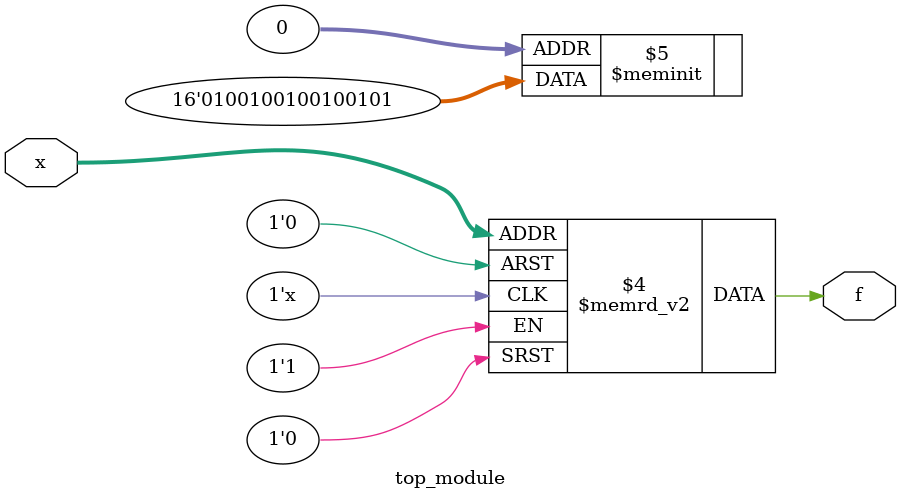
<source format=sv>
module top_module (
    input [4:1] x,
    output logic f
);

always_comb begin
    case (x)
        4'b0000: f = 1'b1;
        4'b0001: f = 1'b0;
        4'b0011: f = 1'b0;
        4'b0010: f = 1'b1;
        4'b0110: f = 1'b0;
        4'b0111: f = 1'b0;  // corrected from 1'b1
        4'b0101: f = 1'b1;
        4'b0100: f = 1'b0;  // corrected from 1'b1
        4'b1100: f = 1'b0;
        4'b1101: f = 1'b0;  // corrected from 1'b1
        4'b1111: f = 1'b0;
        4'b1110: f = 1'b1;
        4'b1010: f = 1'b0;  // corrected from 1'b1
        4'b1011: f = 1'b1;
        4'b1001: f = 1'b0;
        4'b1000: f = 1'b1;
        default: f = 1'b0;
    endcase
end

endmodule

</source>
